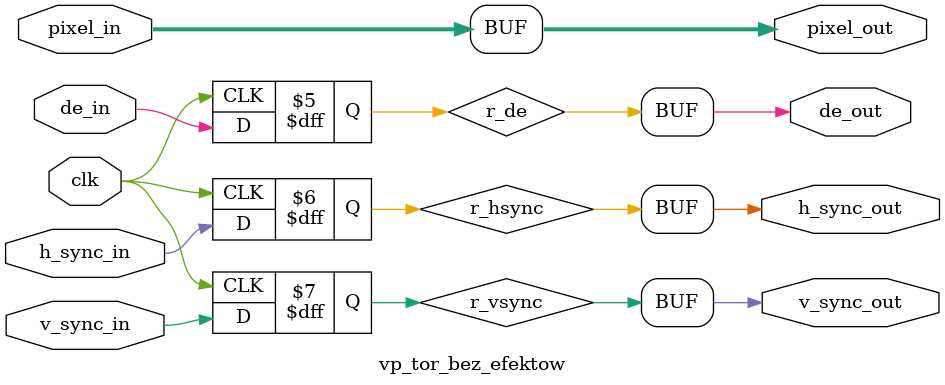
<source format=v>
`timescale 1ns / 1ps


module vp_tor_bez_efektow(
    input clk,
    input de_in,
    input v_sync_in,
    input h_sync_in,
    input[23:0] pixel_in,
    output de_out,
    output v_sync_out,
    output h_sync_out,
    output[23:0] pixel_out
    );

    reg r_de = 0;
    reg r_hsync = 0;
    reg r_vsync = 0;
    always @(posedge clk)
        begin
        r_de <= de_in;
        r_hsync <= h_sync_in;
        r_vsync <= v_sync_in;
    end
    assign de_out = r_de;
    assign h_sync_out = r_hsync;
    assign v_sync_out = r_vsync;
    
    assign pixel_out = pixel_in;

    
endmodule

</source>
